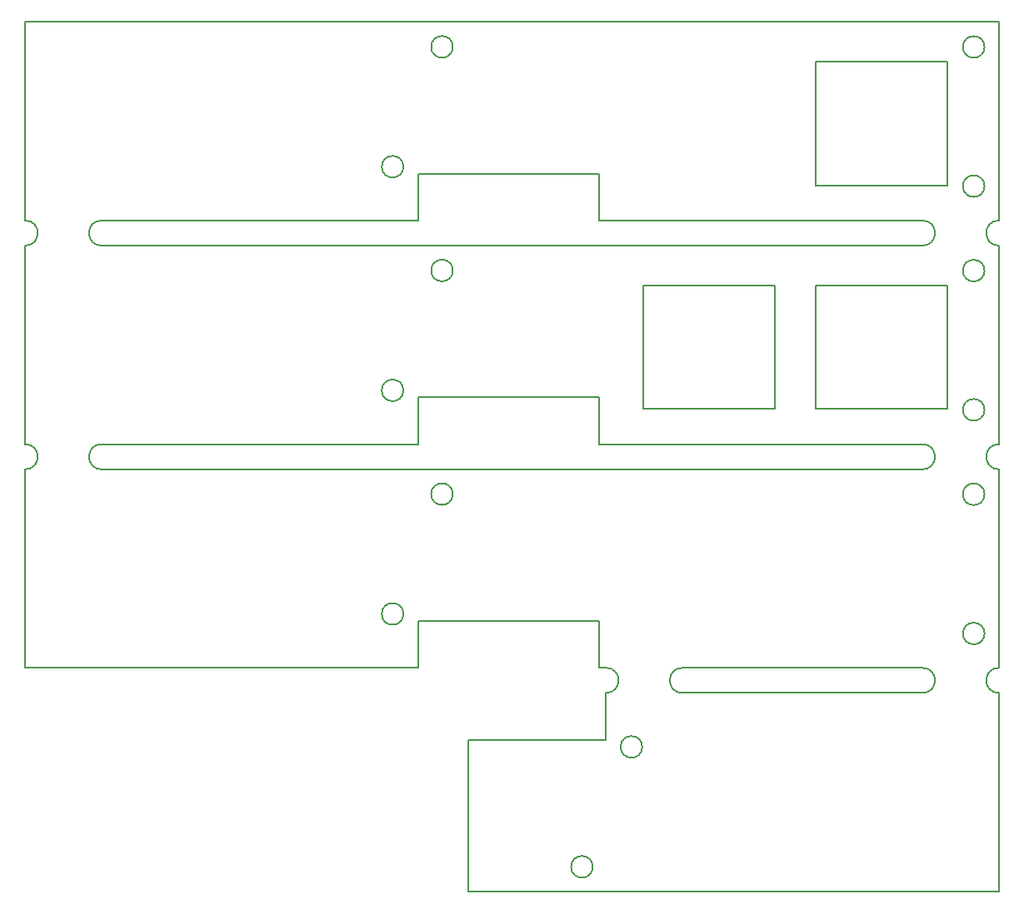
<source format=gbr>
G04 #@! TF.GenerationSoftware,KiCad,Pcbnew,(5.1.6-0-10_14)*
G04 #@! TF.CreationDate,2022-09-03T20:20:15+09:00*
G04 #@! TF.ProjectId,cool536,636f6f6c-3533-4362-9e6b-696361645f70,rev?*
G04 #@! TF.SameCoordinates,Original*
G04 #@! TF.FileFunction,Profile,NP*
%FSLAX46Y46*%
G04 Gerber Fmt 4.6, Leading zero omitted, Abs format (unit mm)*
G04 Created by KiCad (PCBNEW (5.1.6-0-10_14)) date 2022-09-03 20:20:15*
%MOMM*%
%LPD*%
G01*
G04 APERTURE LIST*
G04 #@! TA.AperFunction,Profile*
%ADD10C,0.150000*%
G04 #@! TD*
G04 APERTURE END LIST*
D10*
X168370000Y74040000D02*
G75*
G02*
X168370000Y71479922I0J-1280039D01*
G01*
X267320000Y71480000D02*
G75*
G02*
X267320000Y74040078I0J1280039D01*
G01*
X259550000Y74040000D02*
G75*
G02*
X259550000Y71479922I0J-1280039D01*
G01*
X176140000Y71480000D02*
G75*
G02*
X176140000Y74040078I0J1280039D01*
G01*
X248730000Y77610000D02*
X262100000Y77610000D01*
X248730000Y90190000D02*
X248730000Y77610000D01*
X267320000Y94230000D02*
X267320000Y74040078D01*
X265860000Y77530000D02*
G75*
G03*
X265860000Y77530000I-1100000J0D01*
G01*
X206810000Y79510000D02*
G75*
G03*
X206810000Y79510000I-1100000J0D01*
G01*
X211830000Y91700000D02*
G75*
G03*
X211830000Y91700000I-1100000J0D01*
G01*
X262100000Y77610000D02*
X262100000Y90190000D01*
X262100000Y90190000D02*
X248730000Y90190000D01*
X265860000Y91690000D02*
G75*
G03*
X265860000Y91690000I-1100000J0D01*
G01*
X208300000Y74040000D02*
X176140000Y74040078D01*
X168370000Y74040000D02*
X168370000Y94230000D01*
X259550000Y74040000D02*
X226700000Y74040000D01*
X226700000Y74040000D02*
X226700000Y78800000D01*
X208300000Y78800000D02*
X208300000Y74040000D01*
X168370000Y94230000D02*
X267320000Y94230000D01*
X226700000Y78800000D02*
X208300000Y78800000D01*
X226700000Y28540000D02*
X227390000Y28540000D01*
X227390000Y28540000D02*
G75*
G02*
X227390000Y25979922I0J-1280039D01*
G01*
X235160000Y25980000D02*
G75*
G02*
X235160000Y28540078I0J1280039D01*
G01*
X267320000Y25980000D02*
G75*
G02*
X267320000Y28540078I0J1280039D01*
G01*
X259550000Y28540000D02*
G75*
G02*
X259550000Y25979922I0J-1280039D01*
G01*
X259550000Y51290000D02*
G75*
G02*
X259550000Y48729922I0J-1280039D01*
G01*
X267320000Y48730000D02*
G75*
G02*
X267320000Y51290078I0J1280039D01*
G01*
X176140000Y48730000D02*
G75*
G02*
X176140000Y51290078I0J1280039D01*
G01*
X168370000Y51290000D02*
G75*
G02*
X168370000Y48729922I0J-1280039D01*
G01*
X213390000Y21220000D02*
X227390000Y21220000D01*
X267320000Y5790000D02*
X213390000Y5790000D01*
X227390000Y21220000D02*
X227390000Y25980000D01*
X267320000Y25980000D02*
X267320000Y5790000D01*
X235160000Y25980000D02*
X259550000Y25979922D01*
X226700000Y56050000D02*
X208300000Y56050000D01*
X176140000Y71480000D02*
X259550000Y71479922D01*
X208300000Y56050000D02*
X208300000Y51290000D01*
X226700000Y51290000D02*
X226700000Y56050000D01*
X259550000Y51290000D02*
X226700000Y51290000D01*
X168370000Y51290000D02*
X168370000Y71479922D01*
X208300000Y51290000D02*
X176140000Y51290078D01*
X265860000Y68940000D02*
G75*
G03*
X265860000Y68940000I-1100000J0D01*
G01*
X262100000Y67440000D02*
X248730000Y67440000D01*
X262100000Y54860000D02*
X262100000Y67440000D01*
X226050000Y8300000D02*
G75*
G03*
X226050000Y8300000I-1100000J0D01*
G01*
X211830000Y68950000D02*
G75*
G03*
X211830000Y68950000I-1100000J0D01*
G01*
X211830000Y46210000D02*
G75*
G03*
X211830000Y46210000I-1100000J0D01*
G01*
X231080000Y20500000D02*
G75*
G03*
X231080000Y20500000I-1100000J0D01*
G01*
X231200000Y67440000D02*
X231200000Y54860000D01*
X206810000Y34020000D02*
G75*
G03*
X206810000Y34020000I-1100000J0D01*
G01*
X206810000Y56760000D02*
G75*
G03*
X206810000Y56760000I-1100000J0D01*
G01*
X259550000Y28540000D02*
X235160000Y28540078D01*
X213390000Y5790000D02*
X213390000Y21220000D01*
X208300000Y28540000D02*
X168370000Y28540000D01*
X267320000Y48730000D02*
X267320000Y28540078D01*
X176140000Y48730000D02*
X259550000Y48729922D01*
X168370000Y28540000D02*
X168370000Y48730000D01*
X226700000Y33300000D02*
X208300000Y33300000D01*
X208300000Y33300000D02*
X208300000Y28540000D01*
X226700000Y28540000D02*
X226700000Y33300000D01*
X265860000Y32030000D02*
G75*
G03*
X265860000Y32030000I-1100000J0D01*
G01*
X265860000Y54780000D02*
G75*
G03*
X265860000Y54780000I-1100000J0D01*
G01*
X265860000Y46190000D02*
G75*
G03*
X265860000Y46190000I-1100000J0D01*
G01*
X267320000Y71480000D02*
X267320000Y51290078D01*
X231200000Y54860000D02*
X244570000Y54860000D01*
X248730000Y67440000D02*
X248730000Y54860000D01*
X244570000Y54860000D02*
X244570000Y67440000D01*
X248730000Y54860000D02*
X262100000Y54860000D01*
X244570000Y67440000D02*
X231200000Y67440000D01*
M02*

</source>
